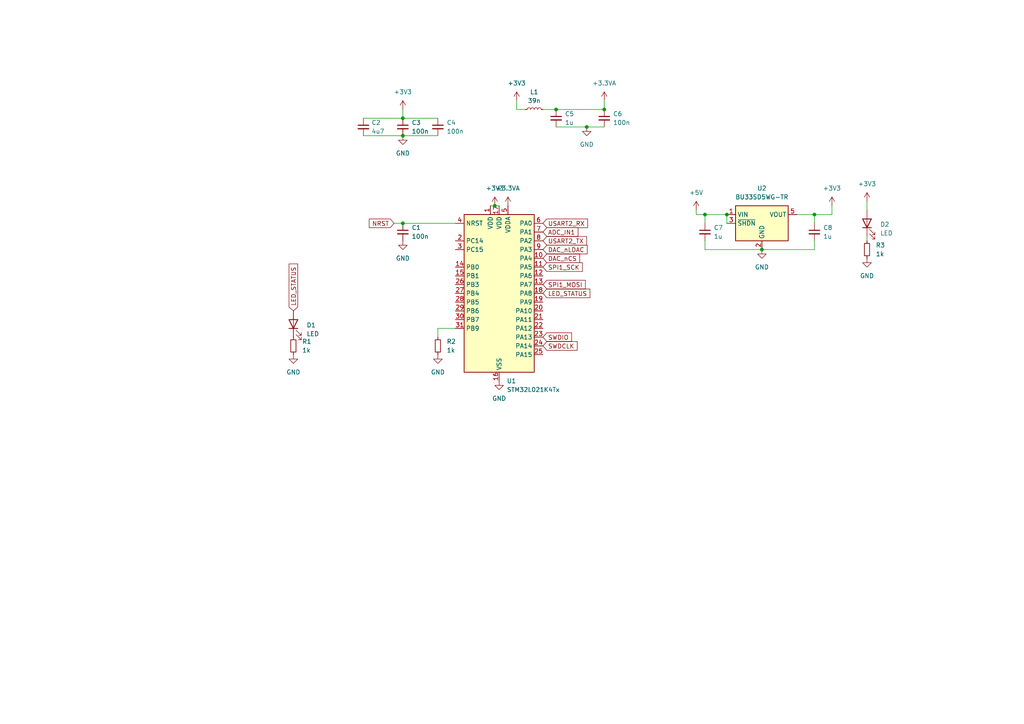
<source format=kicad_sch>
(kicad_sch (version 20230121) (generator eeschema)
  (paper "A4")
  (lib_symbols
    (symbol "Device:C_Small" (pin_numbers hide) (pin_names (offset 0.254) hide)
      (property "Reference" "C" (at 0.254 1.778 0))
      (property "Value" "C_Small" (at 0.254 -2.032 0))
      (symbol "C_Small_0_1"
        (polyline (pts (xy -1.524 -0.508) (xy 1.524 -0.508)) (stroke (width 0.3302)))
        (polyline (pts (xy -1.524 0.508) (xy 1.524 0.508)) (stroke (width 0.3048)))
      )
      (symbol "C_Small_1_1"
        (pin passive line (at 0 2.54 270) (length 2.032) (name "~") (number "1"))
        (pin passive line (at 0 -2.54 90) (length 2.032) (name "~") (number "2"))
      )
    )
    (symbol "Device:LED" (pin_numbers hide) (pin_names (offset 1.016) hide)
      (property "Reference" "D" (at 0 2.54 0))
      (property "Value" "LED" (at 0 -2.54 0))
      (symbol "LED_0_1"
        (polyline (pts (xy -1.27 -1.27) (xy -1.27 1.27)) (stroke (width 0.254)))
        (polyline (pts (xy -1.27 0) (xy 1.27 0)))
        (polyline (pts (xy 1.27 -1.27) (xy 1.27 1.27) (xy -1.27 0) (xy 1.27 -1.27)) (stroke (width 0.254)))
        (polyline (pts (xy -3.048 -0.762) (xy -4.572 -2.286) (xy -3.81 -2.286) (xy -4.572 -2.286) (xy -4.572 -1.524)))
        (polyline (pts (xy -1.778 -0.762) (xy -3.302 -2.286) (xy -2.54 -2.286) (xy -3.302 -2.286) (xy -3.302 -1.524)))
      )
      (symbol "LED_1_1"
        (pin passive line (at -3.81 0 0) (length 2.54) (name "K") (number "1"))
        (pin passive line (at 3.81 0 180) (length 2.54) (name "A") (number "2"))
      )
    )
    (symbol "Device:L_Small" (pin_numbers hide) (pin_names (offset 0.254) hide)
      (property "Reference" "L" (at 0.762 1.016 0))
      (property "Value" "L_Small" (at 0.762 -1.016 0))
      (symbol "L_Small_0_1"
        (arc (start 0 -2.032) (mid 0.5058 -1.524) (end 0 -1.016))
        (arc (start 0 -1.016) (mid 0.5058 -0.508) (end 0 0))
        (arc (start 0 0) (mid 0.5058 0.508) (end 0 1.016))
        (arc (start 0 1.016) (mid 0.5058 1.524) (end 0 2.032))
      )
      (symbol "L_Small_1_1"
        (pin passive line (at 0 2.54 270) (length 0.508) (name "~") (number "1"))
        (pin passive line (at 0 -2.54 90) (length 0.508) (name "~") (number "2"))
      )
    )
    (symbol "Device:R_Small" (pin_numbers hide) (pin_names (offset 0.254) hide)
      (property "Reference" "R" (at 0.762 0.508 0))
      (property "Value" "R_Small" (at 0.762 -1.016 0))
      (symbol "R_Small_0_1"
        (rectangle (start -0.762 1.778) (end 0.762 -1.778) (stroke (width 0.2032)))
      )
      (symbol "R_Small_1_1"
        (pin passive line (at 0 2.54 270) (length 0.762) (name "~") (number "1"))
        (pin passive line (at 0 -2.54 90) (length 0.762) (name "~") (number "2"))
      )
    )
    (symbol "MCU_ST_STM32L0:STM32L021K4Tx"
      (property "Reference" "U" (at -10.16 24.13 0))
      (property "Value" "STM32L021K4Tx" (at 5.08 24.13 0))
      (symbol "STM32L021K4Tx_0_1"
        (rectangle (start -10.16 -22.86) (end 10.16 22.86) (stroke (width 0.254)) (fill (type background)))
      )
      (symbol "STM32L021K4Tx_1_1"
        (pin power_in line (at -2.54 25.4 270) (length 2.54) (name "VDD") (number "1"))
        (pin bidirectional line (at 12.7 10.16 180) (length 2.54) (name "PA4") (number "10"))
        (pin bidirectional line (at 12.7 7.62 180) (length 2.54) (name "PA5") (number "11"))
        (pin bidirectional line (at 12.7 5.08 180) (length 2.54) (name "PA6") (number "12"))
        (pin bidirectional line (at 12.7 2.54 180) (length 2.54) (name "PA7") (number "13"))
        (pin bidirectional line (at -12.7 7.62 0) (length 2.54) (name "PB0") (number "14"))
        (pin bidirectional line (at -12.7 5.08 0) (length 2.54) (name "PB1") (number "15"))
        (pin power_in line (at 0 -25.4 90) (length 2.54) (name "VSS") (number "16"))
        (pin power_in line (at 0 25.4 270) (length 2.54) (name "VDD") (number "17"))
        (pin bidirectional line (at 12.7 0 180) (length 2.54) (name "PA8") (number "18"))
        (pin bidirectional line (at 12.7 -2.54 180) (length 2.54) (name "PA9") (number "19"))
        (pin bidirectional line (at -12.7 15.24 0) (length 2.54) (name "PC14") (number "2"))
        (pin bidirectional line (at 12.7 -5.08 180) (length 2.54) (name "PA10") (number "20"))
        (pin bidirectional line (at 12.7 -7.62 180) (length 2.54) (name "PA11") (number "21"))
        (pin bidirectional line (at 12.7 -10.16 180) (length 2.54) (name "PA12") (number "22"))
        (pin bidirectional line (at 12.7 -12.7 180) (length 2.54) (name "PA13") (number "23"))
        (pin bidirectional line (at 12.7 -15.24 180) (length 2.54) (name "PA14") (number "24"))
        (pin bidirectional line (at 12.7 -17.78 180) (length 2.54) (name "PA15") (number "25"))
        (pin bidirectional line (at -12.7 2.54 0) (length 2.54) (name "PB3") (number "26"))
        (pin bidirectional line (at -12.7 0 0) (length 2.54) (name "PB4") (number "27"))
        (pin bidirectional line (at -12.7 -2.54 0) (length 2.54) (name "PB5") (number "28"))
        (pin bidirectional line (at -12.7 -5.08 0) (length 2.54) (name "PB6") (number "29"))
        (pin bidirectional line (at -12.7 12.7 0) (length 2.54) (name "PC15") (number "3"))
        (pin bidirectional line (at -12.7 -7.62 0) (length 2.54) (name "PB7") (number "30"))
        (pin bidirectional line (at -12.7 -10.16 0) (length 2.54) (name "PB9") (number "31"))
        (pin passive line (at 0 -25.4 90) (length 2.54) hide (name "VSS") (number "32"))
        (pin input line (at -12.7 20.32 0) (length 2.54) (name "NRST") (number "4"))
        (pin power_in line (at 2.54 25.4 270) (length 2.54) (name "VDDA") (number "5"))
        (pin bidirectional line (at 12.7 20.32 180) (length 2.54) (name "PA0") (number "6"))
        (pin bidirectional line (at 12.7 17.78 180) (length 2.54) (name "PA1") (number "7"))
        (pin bidirectional line (at 12.7 15.24 180) (length 2.54) (name "PA2") (number "8"))
        (pin bidirectional line (at 12.7 12.7 180) (length 2.54) (name "PA3") (number "9"))
      )
    )
    (symbol "Regulator_Linear:MCP1802x-xx02xOT"
      (property "Reference" "U" (at -6.35 6.35 0))
      (property "Value" "MCP1802x-xx02xOT" (at 0 6.35 0))
      (symbol "MCP1802x-xx02xOT_0_1"
        (rectangle (start -7.62 5.08) (end 7.62 -5.08) (stroke (width 0.254)) (fill (type background)))
      )
      (symbol "MCP1802x-xx02xOT_1_1"
        (pin power_in line (at -10.16 2.54 0) (length 2.54) (name "VIN") (number "1"))
        (pin power_in line (at 0 -7.62 90) (length 2.54) (name "GND") (number "2"))
        (pin input line (at -10.16 0 0) (length 2.54) (name "~{SHDN}") (number "3"))
        (pin no_connect line (at 7.62 0 180) (length 2.54) hide (name "NC") (number "4"))
        (pin power_out line (at 10.16 2.54 180) (length 2.54) (name "VOUT") (number "5"))
      )
    )
    (symbol "power:+3.3VA" (power) (pin_names (offset 0))
      (property "Value" "+3.3VA" (at 0 3.556 0))
      (symbol "+3.3VA_0_1"
        (polyline (pts (xy -0.762 1.27) (xy 0 2.54)))
        (polyline (pts (xy 0 0) (xy 0 2.54)))
        (polyline (pts (xy 0 2.54) (xy 0.762 1.27)))
      )
      (symbol "+3.3VA_1_1"
        (pin power_in line (at 0 0 90) (length 0) hide (name "+3.3VA") (number "1"))
      )
    )
    (symbol "power:+3V3" (power) (pin_names (offset 0))
      (property "Value" "+3V3" (at 0 3.556 0))
      (symbol "+3V3_0_1"
        (polyline (pts (xy -0.762 1.27) (xy 0 2.54)))
        (polyline (pts (xy 0 0) (xy 0 2.54)))
        (polyline (pts (xy 0 2.54) (xy 0.762 1.27)))
      )
      (symbol "+3V3_1_1"
        (pin power_in line (at 0 0 90) (length 0) hide (name "+3V3") (number "1"))
      )
    )
    (symbol "power:+5V" (power) (pin_names (offset 0))
      (property "Value" "+5V" (at 0 3.556 0))
      (symbol "+5V_0_1"
        (polyline (pts (xy -0.762 1.27) (xy 0 2.54)))
        (polyline (pts (xy 0 0) (xy 0 2.54)))
        (polyline (pts (xy 0 2.54) (xy 0.762 1.27)))
      )
      (symbol "+5V_1_1"
        (pin power_in line (at 0 0 90) (length 0) hide (name "+5V") (number "1"))
      )
    )
    (symbol "power:GND" (power) (pin_names (offset 0))
      (property "Value" "GND" (at 0 -3.81 0))
      (symbol "GND_0_1"
        (polyline (pts (xy 0 0) (xy 0 -1.27) (xy 1.27 -1.27) (xy 0 -2.54) (xy -1.27 -1.27) (xy 0 -1.27)))
      )
      (symbol "GND_1_1"
        (pin power_in line (at 0 0 270) (length 0) hide (name "GND") (number "1"))
      )
    )
  )
  (junction (at 236.22 62.23))
  (junction (at 220.98 72.39))
  (junction (at 204.47 62.23))
  (junction (at 175.26 31.75))
  (junction (at 116.84 34.29))
  (junction (at 116.84 64.77))
  (junction (at 143.51 59.69))
  (junction (at 161.29 31.75))
  (junction (at 210.82 62.23))
  (junction (at 116.84 39.37))
  (junction (at 170.18 36.83))
  (wire (pts (xy 236.22 72.39) (xy 236.22 69.85)))
  (wire (pts (xy 204.47 62.23) (xy 204.47 64.77)))
  (wire (pts (xy 105.41 34.29) (xy 116.84 34.29)))
  (wire (pts (xy 170.18 36.83) (xy 175.26 36.83)))
  (wire (pts (xy 143.51 59.69) (xy 144.78 59.69)))
  (wire (pts (xy 116.84 31.75) (xy 116.84 34.29)))
  (wire (pts (xy 142.24 59.69) (xy 143.51 59.69)))
  (wire (pts (xy 204.47 69.85) (xy 204.47 72.39)))
  (wire (pts (xy 210.82 62.23) (xy 210.82 64.77)))
  (wire (pts (xy 116.84 34.29) (xy 127 34.29)))
  (wire (pts (xy 175.26 29.21) (xy 175.26 31.75)))
  (wire (pts (xy 236.22 62.23) (xy 241.3 62.23)))
  (wire (pts (xy 204.47 72.39) (xy 220.98 72.39)))
  (wire (pts (xy 152.4 31.75) (xy 149.86 31.75)))
  (wire (pts (xy 149.86 31.75) (xy 149.86 29.21)))
  (wire (pts (xy 220.98 72.39) (xy 236.22 72.39)))
  (wire (pts (xy 161.29 36.83) (xy 170.18 36.83)))
  (wire (pts (xy 132.08 95.25) (xy 127 95.25)))
  (wire (pts (xy 231.14 62.23) (xy 236.22 62.23)))
  (wire (pts (xy 251.46 68.58) (xy 251.46 69.85)))
  (wire (pts (xy 127 95.25) (xy 127 97.79)))
  (wire (pts (xy 241.3 62.23) (xy 241.3 59.69)))
  (wire (pts (xy 204.47 62.23) (xy 210.82 62.23)))
  (wire (pts (xy 114.3 64.77) (xy 116.84 64.77)))
  (wire (pts (xy 251.46 60.96) (xy 251.46 58.42)))
  (wire (pts (xy 157.48 31.75) (xy 161.29 31.75)))
  (wire (pts (xy 116.84 64.77) (xy 132.08 64.77)))
  (wire (pts (xy 161.29 31.75) (xy 175.26 31.75)))
  (wire (pts (xy 236.22 62.23) (xy 236.22 64.77)))
  (wire (pts (xy 201.93 60.96) (xy 201.93 62.23)))
  (wire (pts (xy 201.93 62.23) (xy 204.47 62.23)))
  (wire (pts (xy 105.41 39.37) (xy 116.84 39.37)))
  (wire (pts (xy 116.84 39.37) (xy 127 39.37)))
  (global_label "USART2_TX" (shape input) (at 157.48 69.85 0) (property "Intersheetrefs" "${INTERSHEET_REFS}" (effects hide)))
  (global_label "NRST" (shape input) (at 114.3 64.77 180) (property "Intersheetrefs" "${INTERSHEET_REFS}" (effects hide)))
  (global_label "SPI1_SCK" (shape input) (at 157.48 77.47 0) (property "Intersheetrefs" "${INTERSHEET_REFS}" (effects hide)))
  (global_label "ADC_IN1" (shape input) (at 157.48 67.31 0) (property "Intersheetrefs" "${INTERSHEET_REFS}" (effects hide)))
  (global_label "DAC_nLDAC" (shape input) (at 157.48 72.39 0) (property "Intersheetrefs" "${INTERSHEET_REFS}" (effects hide)))
  (global_label "SWDCLK" (shape input) (at 157.48 100.33 0) (property "Intersheetrefs" "${INTERSHEET_REFS}" (effects hide)))
  (global_label "SPI1_MOSI" (shape input) (at 157.48 82.55 0) (property "Intersheetrefs" "${INTERSHEET_REFS}" (effects hide)))
  (global_label "LED_STATUS" (shape input) (at 85.09 90.17 90) (property "Intersheetrefs" "${INTERSHEET_REFS}" (effects hide)))
  (global_label "DAC_nCS" (shape input) (at 157.48 74.93 0) (property "Intersheetrefs" "${INTERSHEET_REFS}" (effects hide)))
  (global_label "LED_STATUS" (shape input) (at 157.48 85.09 0) (property "Intersheetrefs" "${INTERSHEET_REFS}" (effects hide)))
  (global_label "SWDIO" (shape input) (at 157.48 97.79 0) (property "Intersheetrefs" "${INTERSHEET_REFS}" (effects hide)))
  (global_label "USART2_RX" (shape input) (at 157.48 64.77 0) (property "Intersheetrefs" "${INTERSHEET_REFS}" (effects hide)))
  (symbol (lib_id "power:GND") (at 144.78 110.49 0) (unit 1)
    (property "Reference" "#PWR02" (effects hide))
    (property "Value" "GND" (at 144.78 115.57 0))
  )
  (symbol (lib_id "Device:C_Small") (at 204.47 67.31 0) (unit 1)
    (property "Reference" "C7" (at 207.01 66.0463 0) (effects (justify left)))
    (property "Value" "1u" (at 207.01 68.5863 0) (effects (justify left)))
  )
  (symbol (lib_id "power:GND") (at 251.46 74.93 0) (unit 1)
    (property "Reference" "#PWR015" (effects hide))
    (property "Value" "GND" (at 251.46 80.01 0))
  )
  (symbol (lib_id "power:GND") (at 127 102.87 0) (unit 1)
    (property "Reference" "#PWR06" (effects hide))
    (property "Value" "GND" (at 127 107.95 0))
  )
  (symbol (lib_id "power:+5V") (at 201.93 60.96 0) (unit 1)
    (property "Reference" "#PWR012" (effects hide))
    (property "Value" "+5V" (at 201.93 55.88 0))
  )
  (symbol (lib_id "power:GND") (at 220.98 72.39 0) (unit 1)
    (property "Reference" "#PWR014" (effects hide))
    (property "Value" "GND" (at 220.98 77.47 0))
  )
  (symbol (lib_id "power:+3V3") (at 149.86 29.21 0) (unit 1)
    (property "Reference" "#PWR09" (effects hide))
    (property "Value" "+3V3" (at 149.86 24.13 0))
  )
  (symbol (lib_id "Device:C_Small") (at 105.41 36.83 0) (unit 1)
    (property "Reference" "C2" (at 107.7368 35.5663 0) (effects (justify left)))
    (property "Value" "4u7" (at 107.7368 38.1063 0) (effects (justify left)))
  )
  (symbol (lib_id "MCU_ST_STM32L0:STM32L021K4Tx") (at 144.78 85.09 0) (unit 1)
    (property "Reference" "U1" (at 146.9741 110.49 0) (effects (justify left)))
    (property "Value" "STM32L021K4Tx" (at 146.9741 113.03 0) (effects (justify left)))
    (property "Footprint" "Package_QFP:LQFP-32_7x7mm_P0.8mm" (effects hide))
    (property "Datasheet" "https://www.st.com/resource/en/datasheet/stm32l021k4.pdf" (effects hide))
  )
  (symbol (lib_id "Device:C_Small") (at 116.84 36.83 0) (unit 1)
    (property "Reference" "C3" (at 119.38 35.5663 0) (effects (justify left)))
    (property "Value" "100n" (at 119.38 38.1063 0) (effects (justify left)))
  )
  (symbol (lib_id "Device:L_Small") (at 154.94 31.75 90) (unit 1)
    (property "Reference" "L1" (at 154.94 26.67 90))
    (property "Value" "39n" (at 154.94 29.21 90))
  )
  (symbol (lib_id "power:+3.3VA") (at 147.32 59.69 0) (unit 1)
    (property "Reference" "#PWR03" (effects hide))
    (property "Value" "+3.3VA" (at 147.32 54.61 0))
  )
  (symbol (lib_id "Device:R_Small") (at 127 100.33 0) (unit 1)
    (property "Reference" "R2" (at 129.54 99.06 0) (effects (justify left)))
    (property "Value" "1k" (at 129.54 101.6 0) (effects (justify left)))
  )
  (symbol (lib_id "Device:LED") (at 85.09 93.98 90) (unit 1)
    (property "Reference" "D1" (at 88.9 94.2975 90) (effects (justify right)))
    (property "Value" "LED" (at 88.9 96.8375 90) (effects (justify right)))
  )
  (symbol (lib_id "Device:C_Small") (at 236.22 67.31 0) (unit 1)
    (property "Reference" "C8" (at 238.76 66.0463 0) (effects (justify left)))
    (property "Value" "1u" (at 238.76 68.5863 0) (effects (justify left)))
  )
  (symbol (lib_id "Device:LED") (at 251.46 64.77 90) (unit 1)
    (property "Reference" "D2" (at 255.27 65.0875 90) (effects (justify right)))
    (property "Value" "LED" (at 255.27 67.6275 90) (effects (justify right)))
  )
  (symbol (lib_id "power:GND") (at 170.18 36.83 0) (unit 1)
    (property "Reference" "#PWR010" (effects hide))
    (property "Value" "GND" (at 170.18 41.91 0))
  )
  (symbol (lib_id "Device:R_Small") (at 251.46 72.39 0) (unit 1)
    (property "Reference" "R3" (at 254 71.12 0) (effects (justify left)))
    (property "Value" "1k" (at 254 73.66 0) (effects (justify left)))
  )
  (symbol (lib_id "power:GND") (at 85.09 102.87 0) (unit 1)
    (property "Reference" "#PWR05" (effects hide))
    (property "Value" "GND" (at 85.09 107.95 0))
  )
  (symbol (lib_id "Device:C_Small") (at 127 36.83 0) (unit 1)
    (property "Reference" "C4" (at 129.54 35.5663 0) (effects (justify left)))
    (property "Value" "100n" (at 129.54 38.1063 0) (effects (justify left)))
  )
  (symbol (lib_id "power:GND") (at 116.84 39.37 0) (unit 1)
    (property "Reference" "#PWR08" (effects hide))
    (property "Value" "GND" (at 116.84 44.45 0))
  )
  (symbol (lib_id "Device:C_Small") (at 175.26 34.29 0) (unit 1)
    (property "Reference" "C6" (at 177.8 33.0263 0) (effects (justify left)))
    (property "Value" "100n" (at 177.8 35.5663 0) (effects (justify left)))
  )
  (symbol (lib_id "Regulator_Linear:MCP1802x-xx02xOT") (at 220.98 64.77 0) (unit 1)
    (property "Reference" "U2" (at 220.98 54.61 0))
    (property "Value" "BU33SD5WG-TR" (at 220.98 57.15 0))
    (property "Footprint" "Package_TO_SOT_SMD:SOT-23-5" (effects hide))
    (property "Datasheet" "http://ww1.microchip.com/downloads/en/DeviceDoc/22053C.pdf" (effects hide))
  )
  (symbol (lib_id "Device:C_Small") (at 116.84 67.31 0) (unit 1)
    (property "Reference" "C1" (at 119.38 66.0463 0) (effects (justify left)))
    (property "Value" "100n" (at 119.38 68.5863 0) (effects (justify left)))
  )
  (symbol (lib_id "power:GND") (at 116.84 69.85 0) (unit 1)
    (property "Reference" "#PWR04" (effects hide))
    (property "Value" "GND" (at 116.84 74.93 0))
  )
  (symbol (lib_id "power:+3.3VA") (at 175.26 29.21 0) (unit 1)
    (property "Reference" "#PWR011" (effects hide))
    (property "Value" "+3.3VA" (at 175.26 24.13 0))
  )
  (symbol (lib_id "power:+3V3") (at 143.51 59.69 0) (unit 1)
    (property "Reference" "#PWR01" (effects hide))
    (property "Value" "+3V3" (at 143.51 54.61 0))
  )
  (symbol (lib_id "power:+3V3") (at 241.3 59.69 0) (unit 1)
    (property "Reference" "#PWR013" (effects hide))
    (property "Value" "+3V3" (at 241.3 54.61 0))
  )
  (symbol (lib_id "power:+3V3") (at 116.84 31.75 0) (unit 1)
    (property "Reference" "#PWR07" (effects hide))
    (property "Value" "+3V3" (at 116.84 26.67 0))
  )
  (symbol (lib_id "power:+3V3") (at 251.46 58.42 0) (unit 1)
    (property "Reference" "#PWR016" (effects hide))
    (property "Value" "+3V3" (at 251.46 53.34 0))
  )
  (symbol (lib_id "Device:R_Small") (at 85.09 100.33 0) (unit 1)
    (property "Reference" "R1" (at 87.63 99.06 0) (effects (justify left)))
    (property "Value" "1k" (at 87.63 101.6 0) (effects (justify left)))
  )
  (symbol (lib_id "Device:C_Small") (at 161.29 34.29 0) (unit 1)
    (property "Reference" "C5" (at 163.83 33.0263 0) (effects (justify left)))
    (property "Value" "1u" (at 163.83 35.5663 0) (effects (justify left)))
  )
)
</source>
